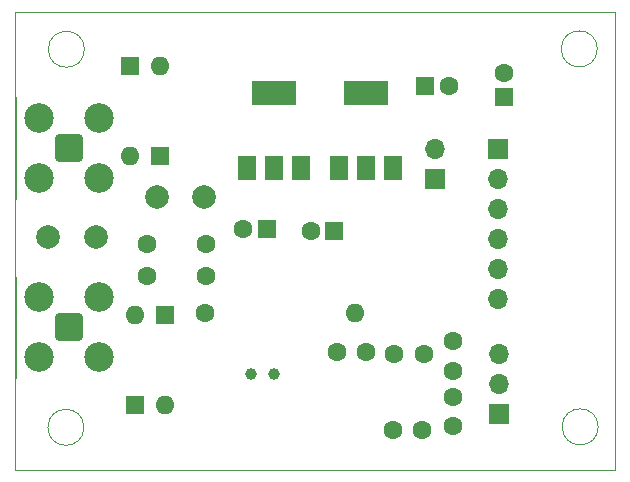
<source format=gbr>
%TF.GenerationSoftware,KiCad,Pcbnew,6.0.2*%
%TF.CreationDate,2022-11-10T22:55:42+01:00*%
%TF.ProjectId,SI4735,53493437-3335-42e6-9b69-6361645f7063,rev?*%
%TF.SameCoordinates,Original*%
%TF.FileFunction,Soldermask,Top*%
%TF.FilePolarity,Negative*%
%FSLAX46Y46*%
G04 Gerber Fmt 4.6, Leading zero omitted, Abs format (unit mm)*
G04 Created by KiCad (PCBNEW 6.0.2) date 2022-11-10 22:55:42*
%MOMM*%
%LPD*%
G01*
G04 APERTURE LIST*
G04 Aperture macros list*
%AMRoundRect*
0 Rectangle with rounded corners*
0 $1 Rounding radius*
0 $2 $3 $4 $5 $6 $7 $8 $9 X,Y pos of 4 corners*
0 Add a 4 corners polygon primitive as box body*
4,1,4,$2,$3,$4,$5,$6,$7,$8,$9,$2,$3,0*
0 Add four circle primitives for the rounded corners*
1,1,$1+$1,$2,$3*
1,1,$1+$1,$4,$5*
1,1,$1+$1,$6,$7*
1,1,$1+$1,$8,$9*
0 Add four rect primitives between the rounded corners*
20,1,$1+$1,$2,$3,$4,$5,0*
20,1,$1+$1,$4,$5,$6,$7,0*
20,1,$1+$1,$6,$7,$8,$9,0*
20,1,$1+$1,$8,$9,$2,$3,0*%
G04 Aperture macros list end*
%TA.AperFunction,Profile*%
%ADD10C,0.050000*%
%TD*%
%TA.AperFunction,Profile*%
%ADD11C,0.100000*%
%TD*%
%ADD12R,1.600000X1.600000*%
%ADD13C,1.600000*%
%ADD14RoundRect,0.200100X0.949900X-0.949900X0.949900X0.949900X-0.949900X0.949900X-0.949900X-0.949900X0*%
%ADD15C,2.500000*%
%ADD16R,1.700000X1.700000*%
%ADD17O,1.700000X1.700000*%
%ADD18C,1.000000*%
%ADD19O,1.600000X1.600000*%
%ADD20C,2.000000*%
%ADD21R,1.500000X2.000000*%
%ADD22R,3.800000X2.000000*%
G04 APERTURE END LIST*
D10*
X243000000Y-45450000D02*
G75*
G03*
X243000000Y-45450000I-1526434J0D01*
G01*
X243076434Y-77450000D02*
G75*
G03*
X243076434Y-77450000I-1526434J0D01*
G01*
X199535580Y-77486292D02*
G75*
G03*
X199535580Y-77486292I-1526434J0D01*
G01*
X244475000Y-81120000D02*
X193725000Y-81120000D01*
X193725000Y-81120000D02*
X193725000Y-42300000D01*
X193725000Y-42300000D02*
X244475000Y-42300000D01*
X244475000Y-42300000D02*
X244475000Y-81120000D01*
X199576434Y-45480000D02*
G75*
G03*
X199576434Y-45480000I-1526434J0D01*
G01*
D11*
%TO.C,J2*%
X193760000Y-49540000D02*
X193760000Y-58140000D01*
%TO.C,J3*%
X193760000Y-64720000D02*
X193760000Y-73320000D01*
%TD*%
D12*
%TO.C,C4*%
X220750000Y-60850000D03*
D13*
X218750000Y-60850000D03*
%TD*%
%TO.C,C5*%
X223450000Y-71150000D03*
X220950000Y-71150000D03*
%TD*%
%TO.C,C6*%
X204900000Y-62000000D03*
X209900000Y-62000000D03*
%TD*%
%TO.C,C7*%
X204900000Y-64650000D03*
X209900000Y-64650000D03*
%TD*%
D12*
%TO.C,C8*%
X215000000Y-60700000D03*
D13*
X213000000Y-60700000D03*
%TD*%
%TO.C,C9*%
X230800000Y-70200000D03*
X230800000Y-72700000D03*
%TD*%
%TO.C,C10*%
X230800000Y-77400000D03*
X230800000Y-74900000D03*
%TD*%
%TO.C,C11*%
X228200000Y-77700000D03*
X225700000Y-77700000D03*
%TD*%
%TO.C,C12*%
X228300000Y-71300000D03*
X225800000Y-71300000D03*
%TD*%
D14*
%TO.C,J2*%
X198260000Y-53840000D03*
D15*
X200800000Y-56380000D03*
X200800000Y-51300000D03*
X195720000Y-56380000D03*
X195720000Y-51300000D03*
%TD*%
D14*
%TO.C,J3*%
X198260000Y-69020000D03*
D15*
X195720000Y-66480000D03*
X195720000Y-71560000D03*
X200800000Y-66480000D03*
X200800000Y-71560000D03*
%TD*%
D16*
%TO.C,J4*%
X234700000Y-76380000D03*
D17*
X234700000Y-73840000D03*
X234700000Y-71300000D03*
%TD*%
D16*
%TO.C,J5*%
X229300000Y-56475000D03*
D17*
X229300000Y-53935000D03*
%TD*%
D18*
%TO.C,Y1*%
X215600000Y-73000000D03*
X213700000Y-73000000D03*
%TD*%
D13*
%TO.C,R11*%
X209750000Y-67850000D03*
D19*
X222450000Y-67850000D03*
%TD*%
D12*
%TO.C,D4*%
X205950000Y-54530000D03*
D19*
X205950000Y-46910000D03*
%TD*%
D12*
%TO.C,C14*%
X228450000Y-48600000D03*
D13*
X230450000Y-48600000D03*
%TD*%
D20*
%TO.C,L2*%
X205700000Y-58000000D03*
X209700000Y-58000000D03*
%TD*%
D12*
%TO.C,D1*%
X203850000Y-75570000D03*
D19*
X203850000Y-67950000D03*
%TD*%
D12*
%TO.C,C15*%
X235080000Y-49525113D03*
D13*
X235080000Y-47525113D03*
%TD*%
D21*
%TO.C,U1*%
X221100000Y-55500000D03*
D22*
X223400000Y-49200000D03*
D21*
X223400000Y-55500000D03*
X225700000Y-55500000D03*
%TD*%
D12*
%TO.C,D3*%
X203400000Y-46900000D03*
D19*
X203400000Y-54520000D03*
%TD*%
D20*
%TO.C,L1*%
X200520000Y-61360000D03*
X196520000Y-61360000D03*
%TD*%
D21*
%TO.C,U3*%
X213300000Y-55500000D03*
X215600000Y-55500000D03*
D22*
X215600000Y-49200000D03*
D21*
X217900000Y-55500000D03*
%TD*%
D16*
%TO.C,J6*%
X234600000Y-53900000D03*
D17*
X234600000Y-56440000D03*
X234600000Y-58980000D03*
X234600000Y-61520000D03*
X234600000Y-64060000D03*
X234600000Y-66600000D03*
%TD*%
D12*
%TO.C,D2*%
X206400000Y-67950000D03*
D19*
X206400000Y-75570000D03*
%TD*%
M02*

</source>
